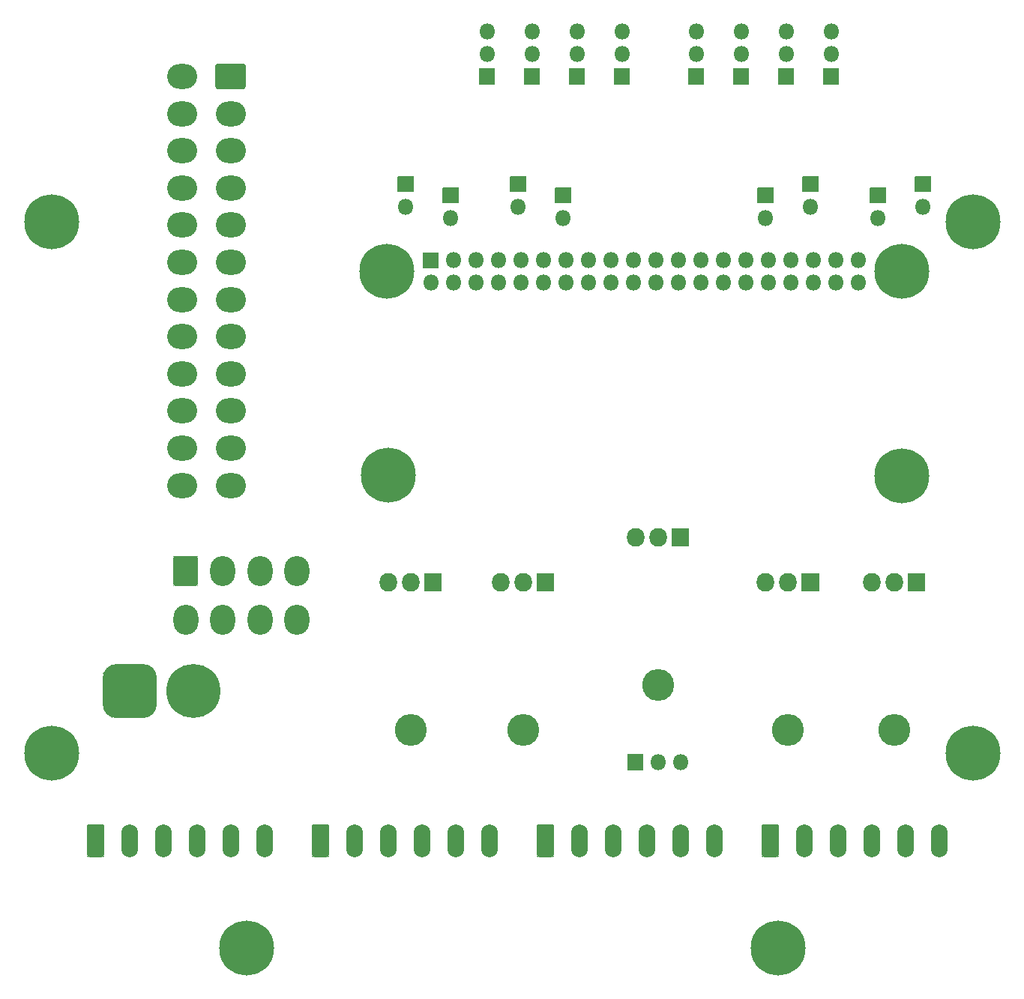
<source format=gbr>
G04 #@! TF.GenerationSoftware,KiCad,Pcbnew,5.1.8*
G04 #@! TF.CreationDate,2021-01-07T20:42:53+00:00*
G04 #@! TF.ProjectId,TheSun2,54686553-756e-4322-9e6b-696361645f70,1.0.8*
G04 #@! TF.SameCoordinates,Original*
G04 #@! TF.FileFunction,Soldermask,Bot*
G04 #@! TF.FilePolarity,Negative*
%FSLAX46Y46*%
G04 Gerber Fmt 4.6, Leading zero omitted, Abs format (unit mm)*
G04 Created by KiCad (PCBNEW 5.1.8) date 2021-01-07 20:42:53*
%MOMM*%
%LPD*%
G01*
G04 APERTURE LIST*
%ADD10O,1.802000X1.802000*%
%ADD11C,6.102000*%
%ADD12C,6.200000*%
%ADD13O,3.402000X2.802000*%
%ADD14O,2.802000X3.402000*%
%ADD15O,1.902000X3.702000*%
%ADD16O,2.007000X2.102000*%
%ADD17O,3.602000X3.602000*%
%ADD18C,0.100000*%
G04 APERTURE END LIST*
D10*
X200660000Y-48260000D03*
G36*
G01*
X199759000Y-46570000D02*
X199759000Y-44870000D01*
G75*
G02*
X199810000Y-44819000I51000J0D01*
G01*
X201510000Y-44819000D01*
G75*
G02*
X201561000Y-44870000I0J-51000D01*
G01*
X201561000Y-46570000D01*
G75*
G02*
X201510000Y-46621000I-51000J0D01*
G01*
X199810000Y-46621000D01*
G75*
G02*
X199759000Y-46570000I0J51000D01*
G01*
G37*
X233680000Y-48260000D03*
G36*
G01*
X232779000Y-46570000D02*
X232779000Y-44870000D01*
G75*
G02*
X232830000Y-44819000I51000J0D01*
G01*
X234530000Y-44819000D01*
G75*
G02*
X234581000Y-44870000I0J-51000D01*
G01*
X234581000Y-46570000D01*
G75*
G02*
X234530000Y-46621000I-51000J0D01*
G01*
X232830000Y-46621000D01*
G75*
G02*
X232779000Y-46570000I0J51000D01*
G01*
G37*
X246380000Y-48260000D03*
G36*
G01*
X245479000Y-46570000D02*
X245479000Y-44870000D01*
G75*
G02*
X245530000Y-44819000I51000J0D01*
G01*
X247230000Y-44819000D01*
G75*
G02*
X247281000Y-44870000I0J-51000D01*
G01*
X247281000Y-46570000D01*
G75*
G02*
X247230000Y-46621000I-51000J0D01*
G01*
X245530000Y-46621000D01*
G75*
G02*
X245479000Y-46570000I0J51000D01*
G01*
G37*
X187960000Y-48260000D03*
G36*
G01*
X187059000Y-46570000D02*
X187059000Y-44870000D01*
G75*
G02*
X187110000Y-44819000I51000J0D01*
G01*
X188810000Y-44819000D01*
G75*
G02*
X188861000Y-44870000I0J-51000D01*
G01*
X188861000Y-46570000D01*
G75*
G02*
X188810000Y-46621000I-51000J0D01*
G01*
X187110000Y-46621000D01*
G75*
G02*
X187059000Y-46570000I0J51000D01*
G01*
G37*
G36*
G01*
X153749000Y-104525500D02*
X153749000Y-101474500D01*
G75*
G02*
X155274500Y-99949000I1525500J0D01*
G01*
X158325500Y-99949000D01*
G75*
G02*
X159851000Y-101474500I0J-1525500D01*
G01*
X159851000Y-104525500D01*
G75*
G02*
X158325500Y-106051000I-1525500J0D01*
G01*
X155274500Y-106051000D01*
G75*
G02*
X153749000Y-104525500I0J1525500D01*
G01*
G37*
D11*
X164000000Y-103000000D03*
D12*
X252000000Y-50000000D03*
X252000000Y-110000000D03*
X148000000Y-110000000D03*
X148000000Y-50000000D03*
X230000000Y-132000000D03*
X170000000Y-132000000D03*
D13*
X162680000Y-79760000D03*
X162680000Y-75560000D03*
X162680000Y-71360000D03*
X162680000Y-67160000D03*
X162680000Y-62960000D03*
X162680000Y-58760000D03*
X162680000Y-54560000D03*
X162680000Y-50360000D03*
X162680000Y-46160000D03*
X162680000Y-41960000D03*
X162680000Y-37760000D03*
X162680000Y-33560000D03*
X168180000Y-79760000D03*
X168180000Y-75560000D03*
X168180000Y-71360000D03*
X168180000Y-67160000D03*
X168180000Y-62960000D03*
X168180000Y-58760000D03*
X168180000Y-54560000D03*
X168180000Y-50360000D03*
X168180000Y-46160000D03*
X168180000Y-41960000D03*
X168180000Y-37760000D03*
G36*
G01*
X166738445Y-32159000D02*
X169621555Y-32159000D01*
G75*
G02*
X169881000Y-32418445I0J-259445D01*
G01*
X169881000Y-34701555D01*
G75*
G02*
X169621555Y-34961000I-259445J0D01*
G01*
X166738445Y-34961000D01*
G75*
G02*
X166479000Y-34701555I0J259445D01*
G01*
X166479000Y-32418445D01*
G75*
G02*
X166738445Y-32159000I259445J0D01*
G01*
G37*
G36*
G01*
X161699000Y-90881555D02*
X161699000Y-87998445D01*
G75*
G02*
X161958445Y-87739000I259445J0D01*
G01*
X164241555Y-87739000D01*
G75*
G02*
X164501000Y-87998445I0J-259445D01*
G01*
X164501000Y-90881555D01*
G75*
G02*
X164241555Y-91141000I-259445J0D01*
G01*
X161958445Y-91141000D01*
G75*
G02*
X161699000Y-90881555I0J259445D01*
G01*
G37*
D14*
X167300000Y-89440000D03*
X171500000Y-89440000D03*
X175700000Y-89440000D03*
X163100000Y-94940000D03*
X167300000Y-94940000D03*
X171500000Y-94940000D03*
X175700000Y-94940000D03*
D15*
X171990000Y-119920000D03*
X168180000Y-119920000D03*
X164370000Y-119920000D03*
X160560000Y-119920000D03*
X156750000Y-119920000D03*
G36*
G01*
X151989000Y-121506834D02*
X151989000Y-118333166D01*
G75*
G02*
X152253166Y-118069000I264166J0D01*
G01*
X153626834Y-118069000D01*
G75*
G02*
X153891000Y-118333166I0J-264166D01*
G01*
X153891000Y-121506834D01*
G75*
G02*
X153626834Y-121771000I-264166J0D01*
G01*
X152253166Y-121771000D01*
G75*
G02*
X151989000Y-121506834I0J264166D01*
G01*
G37*
X197390000Y-119920000D03*
X193580000Y-119920000D03*
X189770000Y-119920000D03*
X185960000Y-119920000D03*
X182150000Y-119920000D03*
G36*
G01*
X177389000Y-121506834D02*
X177389000Y-118333166D01*
G75*
G02*
X177653166Y-118069000I264166J0D01*
G01*
X179026834Y-118069000D01*
G75*
G02*
X179291000Y-118333166I0J-264166D01*
G01*
X179291000Y-121506834D01*
G75*
G02*
X179026834Y-121771000I-264166J0D01*
G01*
X177653166Y-121771000D01*
G75*
G02*
X177389000Y-121506834I0J264166D01*
G01*
G37*
X248190000Y-119920000D03*
X244380000Y-119920000D03*
X240570000Y-119920000D03*
X236760000Y-119920000D03*
X232950000Y-119920000D03*
G36*
G01*
X228189000Y-121506834D02*
X228189000Y-118333166D01*
G75*
G02*
X228453166Y-118069000I264166J0D01*
G01*
X229826834Y-118069000D01*
G75*
G02*
X230091000Y-118333166I0J-264166D01*
G01*
X230091000Y-121506834D01*
G75*
G02*
X229826834Y-121771000I-264166J0D01*
G01*
X228453166Y-121771000D01*
G75*
G02*
X228189000Y-121506834I0J264166D01*
G01*
G37*
X222790000Y-119920000D03*
X218980000Y-119920000D03*
X215170000Y-119920000D03*
X211360000Y-119920000D03*
X207550000Y-119920000D03*
G36*
G01*
X202789000Y-121506834D02*
X202789000Y-118333166D01*
G75*
G02*
X203053166Y-118069000I264166J0D01*
G01*
X204426834Y-118069000D01*
G75*
G02*
X204691000Y-118333166I0J-264166D01*
G01*
X204691000Y-121506834D01*
G75*
G02*
X204426834Y-121771000I-264166J0D01*
G01*
X203053166Y-121771000D01*
G75*
G02*
X202789000Y-121506834I0J264166D01*
G01*
G37*
G36*
G01*
X191661400Y-55225500D02*
X189961400Y-55225500D01*
G75*
G02*
X189910400Y-55174500I0J51000D01*
G01*
X189910400Y-53474500D01*
G75*
G02*
X189961400Y-53423500I51000J0D01*
G01*
X191661400Y-53423500D01*
G75*
G02*
X191712400Y-53474500I0J-51000D01*
G01*
X191712400Y-55174500D01*
G75*
G02*
X191661400Y-55225500I-51000J0D01*
G01*
G37*
D10*
X190811400Y-56864500D03*
X193351400Y-54324500D03*
X193351400Y-56864500D03*
X195891400Y-54324500D03*
X195891400Y-56864500D03*
X198431400Y-54324500D03*
X198431400Y-56864500D03*
X200971400Y-54324500D03*
X200971400Y-56864500D03*
X203511400Y-54324500D03*
X203511400Y-56864500D03*
X206051400Y-54324500D03*
X206051400Y-56864500D03*
X208591400Y-54324500D03*
X208591400Y-56864500D03*
X211131400Y-54324500D03*
X211131400Y-56864500D03*
X213671400Y-54324500D03*
X213671400Y-56864500D03*
X216211400Y-54324500D03*
X216211400Y-56864500D03*
X218751400Y-54324500D03*
X218751400Y-56864500D03*
X221291400Y-54324500D03*
X221291400Y-56864500D03*
X223831400Y-54324500D03*
X223831400Y-56864500D03*
X226371400Y-54324500D03*
X226371400Y-56864500D03*
X228911400Y-54324500D03*
X228911400Y-56864500D03*
X231451400Y-54324500D03*
X231451400Y-56864500D03*
X233991400Y-54324500D03*
X233991400Y-56864500D03*
X236531400Y-54324500D03*
X236531400Y-56864500D03*
X239071400Y-54324500D03*
X239071400Y-56864500D03*
D16*
X185960000Y-90710000D03*
X188500000Y-90710000D03*
G36*
G01*
X192043500Y-89710000D02*
X192043500Y-91710000D01*
G75*
G02*
X191992500Y-91761000I-51000J0D01*
G01*
X190087500Y-91761000D01*
G75*
G02*
X190036500Y-91710000I0J51000D01*
G01*
X190036500Y-89710000D01*
G75*
G02*
X190087500Y-89659000I51000J0D01*
G01*
X191992500Y-89659000D01*
G75*
G02*
X192043500Y-89710000I0J-51000D01*
G01*
G37*
D17*
X188500000Y-107370000D03*
D16*
X240570000Y-90710000D03*
X243110000Y-90710000D03*
G36*
G01*
X246653500Y-89710000D02*
X246653500Y-91710000D01*
G75*
G02*
X246602500Y-91761000I-51000J0D01*
G01*
X244697500Y-91761000D01*
G75*
G02*
X244646500Y-91710000I0J51000D01*
G01*
X244646500Y-89710000D01*
G75*
G02*
X244697500Y-89659000I51000J0D01*
G01*
X246602500Y-89659000D01*
G75*
G02*
X246653500Y-89710000I0J-51000D01*
G01*
G37*
D17*
X243110000Y-107370000D03*
D16*
X213900000Y-85630000D03*
X216440000Y-85630000D03*
G36*
G01*
X219983500Y-84630000D02*
X219983500Y-86630000D01*
G75*
G02*
X219932500Y-86681000I-51000J0D01*
G01*
X218027500Y-86681000D01*
G75*
G02*
X217976500Y-86630000I0J51000D01*
G01*
X217976500Y-84630000D01*
G75*
G02*
X218027500Y-84579000I51000J0D01*
G01*
X219932500Y-84579000D01*
G75*
G02*
X219983500Y-84630000I0J-51000D01*
G01*
G37*
D17*
X216440000Y-102290000D03*
D16*
X198660000Y-90710000D03*
X201200000Y-90710000D03*
G36*
G01*
X204743500Y-89710000D02*
X204743500Y-91710000D01*
G75*
G02*
X204692500Y-91761000I-51000J0D01*
G01*
X202787500Y-91761000D01*
G75*
G02*
X202736500Y-91710000I0J51000D01*
G01*
X202736500Y-89710000D01*
G75*
G02*
X202787500Y-89659000I51000J0D01*
G01*
X204692500Y-89659000D01*
G75*
G02*
X204743500Y-89710000I0J-51000D01*
G01*
G37*
D17*
X201200000Y-107370000D03*
D16*
X228570000Y-90710000D03*
X231110000Y-90710000D03*
G36*
G01*
X234653500Y-89710000D02*
X234653500Y-91710000D01*
G75*
G02*
X234602500Y-91761000I-51000J0D01*
G01*
X232697500Y-91761000D01*
G75*
G02*
X232646500Y-91710000I0J51000D01*
G01*
X232646500Y-89710000D01*
G75*
G02*
X232697500Y-89659000I51000J0D01*
G01*
X234602500Y-89659000D01*
G75*
G02*
X234653500Y-89710000I0J-51000D01*
G01*
G37*
D17*
X231110000Y-107370000D03*
D10*
X205740000Y-49530000D03*
G36*
G01*
X204839000Y-47840000D02*
X204839000Y-46140000D01*
G75*
G02*
X204890000Y-46089000I51000J0D01*
G01*
X206590000Y-46089000D01*
G75*
G02*
X206641000Y-46140000I0J-51000D01*
G01*
X206641000Y-47840000D01*
G75*
G02*
X206590000Y-47891000I-51000J0D01*
G01*
X204890000Y-47891000D01*
G75*
G02*
X204839000Y-47840000I0J51000D01*
G01*
G37*
X228600000Y-49530000D03*
G36*
G01*
X227699000Y-47840000D02*
X227699000Y-46140000D01*
G75*
G02*
X227750000Y-46089000I51000J0D01*
G01*
X229450000Y-46089000D01*
G75*
G02*
X229501000Y-46140000I0J-51000D01*
G01*
X229501000Y-47840000D01*
G75*
G02*
X229450000Y-47891000I-51000J0D01*
G01*
X227750000Y-47891000D01*
G75*
G02*
X227699000Y-47840000I0J51000D01*
G01*
G37*
X241300000Y-49530000D03*
G36*
G01*
X240399000Y-47840000D02*
X240399000Y-46140000D01*
G75*
G02*
X240450000Y-46089000I51000J0D01*
G01*
X242150000Y-46089000D01*
G75*
G02*
X242201000Y-46140000I0J-51000D01*
G01*
X242201000Y-47840000D01*
G75*
G02*
X242150000Y-47891000I-51000J0D01*
G01*
X240450000Y-47891000D01*
G75*
G02*
X240399000Y-47840000I0J51000D01*
G01*
G37*
X193040000Y-49530000D03*
G36*
G01*
X192139000Y-47840000D02*
X192139000Y-46140000D01*
G75*
G02*
X192190000Y-46089000I51000J0D01*
G01*
X193890000Y-46089000D01*
G75*
G02*
X193941000Y-46140000I0J-51000D01*
G01*
X193941000Y-47840000D01*
G75*
G02*
X193890000Y-47891000I-51000J0D01*
G01*
X192190000Y-47891000D01*
G75*
G02*
X192139000Y-47840000I0J51000D01*
G01*
G37*
X218980000Y-111030000D03*
X216440000Y-111030000D03*
G36*
G01*
X214750000Y-111931000D02*
X213050000Y-111931000D01*
G75*
G02*
X212999000Y-111880000I0J51000D01*
G01*
X212999000Y-110180000D01*
G75*
G02*
X213050000Y-110129000I51000J0D01*
G01*
X214750000Y-110129000D01*
G75*
G02*
X214801000Y-110180000I0J-51000D01*
G01*
X214801000Y-111880000D01*
G75*
G02*
X214750000Y-111931000I-51000J0D01*
G01*
G37*
X197136000Y-28480000D03*
X197136000Y-31020000D03*
G36*
G01*
X198037000Y-32710000D02*
X198037000Y-34410000D01*
G75*
G02*
X197986000Y-34461000I-51000J0D01*
G01*
X196286000Y-34461000D01*
G75*
G02*
X196235000Y-34410000I0J51000D01*
G01*
X196235000Y-32710000D01*
G75*
G02*
X196286000Y-32659000I51000J0D01*
G01*
X197986000Y-32659000D01*
G75*
G02*
X198037000Y-32710000I0J-51000D01*
G01*
G37*
X202216000Y-28480000D03*
X202216000Y-31020000D03*
G36*
G01*
X203117000Y-32710000D02*
X203117000Y-34410000D01*
G75*
G02*
X203066000Y-34461000I-51000J0D01*
G01*
X201366000Y-34461000D01*
G75*
G02*
X201315000Y-34410000I0J51000D01*
G01*
X201315000Y-32710000D01*
G75*
G02*
X201366000Y-32659000I51000J0D01*
G01*
X203066000Y-32659000D01*
G75*
G02*
X203117000Y-32710000I0J-51000D01*
G01*
G37*
X207296000Y-28480000D03*
X207296000Y-31020000D03*
G36*
G01*
X208197000Y-32710000D02*
X208197000Y-34410000D01*
G75*
G02*
X208146000Y-34461000I-51000J0D01*
G01*
X206446000Y-34461000D01*
G75*
G02*
X206395000Y-34410000I0J51000D01*
G01*
X206395000Y-32710000D01*
G75*
G02*
X206446000Y-32659000I51000J0D01*
G01*
X208146000Y-32659000D01*
G75*
G02*
X208197000Y-32710000I0J-51000D01*
G01*
G37*
X212376000Y-28480000D03*
X212376000Y-31020000D03*
G36*
G01*
X213277000Y-32710000D02*
X213277000Y-34410000D01*
G75*
G02*
X213226000Y-34461000I-51000J0D01*
G01*
X211526000Y-34461000D01*
G75*
G02*
X211475000Y-34410000I0J51000D01*
G01*
X211475000Y-32710000D01*
G75*
G02*
X211526000Y-32659000I51000J0D01*
G01*
X213226000Y-32659000D01*
G75*
G02*
X213277000Y-32710000I0J-51000D01*
G01*
G37*
X220758000Y-28480000D03*
X220758000Y-31020000D03*
G36*
G01*
X221659000Y-32710000D02*
X221659000Y-34410000D01*
G75*
G02*
X221608000Y-34461000I-51000J0D01*
G01*
X219908000Y-34461000D01*
G75*
G02*
X219857000Y-34410000I0J51000D01*
G01*
X219857000Y-32710000D01*
G75*
G02*
X219908000Y-32659000I51000J0D01*
G01*
X221608000Y-32659000D01*
G75*
G02*
X221659000Y-32710000I0J-51000D01*
G01*
G37*
X225838000Y-28480000D03*
X225838000Y-31020000D03*
G36*
G01*
X226739000Y-32710000D02*
X226739000Y-34410000D01*
G75*
G02*
X226688000Y-34461000I-51000J0D01*
G01*
X224988000Y-34461000D01*
G75*
G02*
X224937000Y-34410000I0J51000D01*
G01*
X224937000Y-32710000D01*
G75*
G02*
X224988000Y-32659000I51000J0D01*
G01*
X226688000Y-32659000D01*
G75*
G02*
X226739000Y-32710000I0J-51000D01*
G01*
G37*
X230918000Y-28480000D03*
X230918000Y-31020000D03*
G36*
G01*
X231819000Y-32710000D02*
X231819000Y-34410000D01*
G75*
G02*
X231768000Y-34461000I-51000J0D01*
G01*
X230068000Y-34461000D01*
G75*
G02*
X230017000Y-34410000I0J51000D01*
G01*
X230017000Y-32710000D01*
G75*
G02*
X230068000Y-32659000I51000J0D01*
G01*
X231768000Y-32659000D01*
G75*
G02*
X231819000Y-32710000I0J-51000D01*
G01*
G37*
X235998000Y-28480000D03*
X235998000Y-31020000D03*
G36*
G01*
X236899000Y-32710000D02*
X236899000Y-34410000D01*
G75*
G02*
X236848000Y-34461000I-51000J0D01*
G01*
X235148000Y-34461000D01*
G75*
G02*
X235097000Y-34410000I0J51000D01*
G01*
X235097000Y-32710000D01*
G75*
G02*
X235148000Y-32659000I51000J0D01*
G01*
X236848000Y-32659000D01*
G75*
G02*
X236899000Y-32710000I0J-51000D01*
G01*
G37*
D12*
X185866000Y-55580000D03*
X185966000Y-78580000D03*
X243966000Y-78680000D03*
X243966000Y-55580000D03*
D18*
G36*
X151990990Y-121506638D02*
G01*
X151996046Y-121557975D01*
X152010965Y-121607157D01*
X152035191Y-121652481D01*
X152067793Y-121692207D01*
X152107519Y-121724809D01*
X152152843Y-121749035D01*
X152202025Y-121763954D01*
X152253362Y-121769010D01*
X152254988Y-121770175D01*
X152254792Y-121772165D01*
X152253166Y-121773000D01*
X152169029Y-121773000D01*
X152168833Y-121772990D01*
X152128889Y-121769056D01*
X152128504Y-121768980D01*
X152095995Y-121759119D01*
X152095633Y-121758969D01*
X152065675Y-121742955D01*
X152065349Y-121742737D01*
X152039090Y-121721187D01*
X152038813Y-121720910D01*
X152017263Y-121694651D01*
X152017045Y-121694325D01*
X152001031Y-121664367D01*
X152000881Y-121664005D01*
X151991020Y-121631496D01*
X151990944Y-121631111D01*
X151987010Y-121591167D01*
X151987000Y-121590971D01*
X151987000Y-121506834D01*
X151988000Y-121505102D01*
X151990000Y-121505102D01*
X151990990Y-121506638D01*
G37*
G36*
X228190990Y-121506638D02*
G01*
X228196046Y-121557975D01*
X228210965Y-121607157D01*
X228235191Y-121652481D01*
X228267793Y-121692207D01*
X228307519Y-121724809D01*
X228352843Y-121749035D01*
X228402025Y-121763954D01*
X228453362Y-121769010D01*
X228454988Y-121770175D01*
X228454792Y-121772165D01*
X228453166Y-121773000D01*
X228369029Y-121773000D01*
X228368833Y-121772990D01*
X228328889Y-121769056D01*
X228328504Y-121768980D01*
X228295995Y-121759119D01*
X228295633Y-121758969D01*
X228265675Y-121742955D01*
X228265349Y-121742737D01*
X228239090Y-121721187D01*
X228238813Y-121720910D01*
X228217263Y-121694651D01*
X228217045Y-121694325D01*
X228201031Y-121664367D01*
X228200881Y-121664005D01*
X228191020Y-121631496D01*
X228190944Y-121631111D01*
X228187010Y-121591167D01*
X228187000Y-121590971D01*
X228187000Y-121506834D01*
X228188000Y-121505102D01*
X228190000Y-121505102D01*
X228190990Y-121506638D01*
G37*
G36*
X230092165Y-121505208D02*
G01*
X230093000Y-121506834D01*
X230093000Y-121590971D01*
X230092990Y-121591167D01*
X230089056Y-121631111D01*
X230088980Y-121631496D01*
X230079119Y-121664005D01*
X230078969Y-121664367D01*
X230062955Y-121694325D01*
X230062737Y-121694651D01*
X230041187Y-121720910D01*
X230040910Y-121721187D01*
X230014651Y-121742737D01*
X230014325Y-121742955D01*
X229984367Y-121758969D01*
X229984005Y-121759119D01*
X229951496Y-121768980D01*
X229951111Y-121769056D01*
X229911167Y-121772990D01*
X229910971Y-121773000D01*
X229826834Y-121773000D01*
X229825102Y-121772000D01*
X229825102Y-121770000D01*
X229826638Y-121769010D01*
X229877975Y-121763954D01*
X229927157Y-121749035D01*
X229972481Y-121724809D01*
X230012207Y-121692207D01*
X230044809Y-121652481D01*
X230069035Y-121607157D01*
X230083954Y-121557975D01*
X230089010Y-121506638D01*
X230090175Y-121505012D01*
X230092165Y-121505208D01*
G37*
G36*
X177390990Y-121506638D02*
G01*
X177396046Y-121557975D01*
X177410965Y-121607157D01*
X177435191Y-121652481D01*
X177467793Y-121692207D01*
X177507519Y-121724809D01*
X177552843Y-121749035D01*
X177602025Y-121763954D01*
X177653362Y-121769010D01*
X177654988Y-121770175D01*
X177654792Y-121772165D01*
X177653166Y-121773000D01*
X177569029Y-121773000D01*
X177568833Y-121772990D01*
X177528889Y-121769056D01*
X177528504Y-121768980D01*
X177495995Y-121759119D01*
X177495633Y-121758969D01*
X177465675Y-121742955D01*
X177465349Y-121742737D01*
X177439090Y-121721187D01*
X177438813Y-121720910D01*
X177417263Y-121694651D01*
X177417045Y-121694325D01*
X177401031Y-121664367D01*
X177400881Y-121664005D01*
X177391020Y-121631496D01*
X177390944Y-121631111D01*
X177387010Y-121591167D01*
X177387000Y-121590971D01*
X177387000Y-121506834D01*
X177388000Y-121505102D01*
X177390000Y-121505102D01*
X177390990Y-121506638D01*
G37*
G36*
X153892165Y-121505208D02*
G01*
X153893000Y-121506834D01*
X153893000Y-121590971D01*
X153892990Y-121591167D01*
X153889056Y-121631111D01*
X153888980Y-121631496D01*
X153879119Y-121664005D01*
X153878969Y-121664367D01*
X153862955Y-121694325D01*
X153862737Y-121694651D01*
X153841187Y-121720910D01*
X153840910Y-121721187D01*
X153814651Y-121742737D01*
X153814325Y-121742955D01*
X153784367Y-121758969D01*
X153784005Y-121759119D01*
X153751496Y-121768980D01*
X153751111Y-121769056D01*
X153711167Y-121772990D01*
X153710971Y-121773000D01*
X153626834Y-121773000D01*
X153625102Y-121772000D01*
X153625102Y-121770000D01*
X153626638Y-121769010D01*
X153677975Y-121763954D01*
X153727157Y-121749035D01*
X153772481Y-121724809D01*
X153812207Y-121692207D01*
X153844809Y-121652481D01*
X153869035Y-121607157D01*
X153883954Y-121557975D01*
X153889010Y-121506638D01*
X153890175Y-121505012D01*
X153892165Y-121505208D01*
G37*
G36*
X202790990Y-121506638D02*
G01*
X202796046Y-121557975D01*
X202810965Y-121607157D01*
X202835191Y-121652481D01*
X202867793Y-121692207D01*
X202907519Y-121724809D01*
X202952843Y-121749035D01*
X203002025Y-121763954D01*
X203053362Y-121769010D01*
X203054988Y-121770175D01*
X203054792Y-121772165D01*
X203053166Y-121773000D01*
X202969029Y-121773000D01*
X202968833Y-121772990D01*
X202928889Y-121769056D01*
X202928504Y-121768980D01*
X202895995Y-121759119D01*
X202895633Y-121758969D01*
X202865675Y-121742955D01*
X202865349Y-121742737D01*
X202839090Y-121721187D01*
X202838813Y-121720910D01*
X202817263Y-121694651D01*
X202817045Y-121694325D01*
X202801031Y-121664367D01*
X202800881Y-121664005D01*
X202791020Y-121631496D01*
X202790944Y-121631111D01*
X202787010Y-121591167D01*
X202787000Y-121590971D01*
X202787000Y-121506834D01*
X202788000Y-121505102D01*
X202790000Y-121505102D01*
X202790990Y-121506638D01*
G37*
G36*
X204692165Y-121505208D02*
G01*
X204693000Y-121506834D01*
X204693000Y-121590971D01*
X204692990Y-121591167D01*
X204689056Y-121631111D01*
X204688980Y-121631496D01*
X204679119Y-121664005D01*
X204678969Y-121664367D01*
X204662955Y-121694325D01*
X204662737Y-121694651D01*
X204641187Y-121720910D01*
X204640910Y-121721187D01*
X204614651Y-121742737D01*
X204614325Y-121742955D01*
X204584367Y-121758969D01*
X204584005Y-121759119D01*
X204551496Y-121768980D01*
X204551111Y-121769056D01*
X204511167Y-121772990D01*
X204510971Y-121773000D01*
X204426834Y-121773000D01*
X204425102Y-121772000D01*
X204425102Y-121770000D01*
X204426638Y-121769010D01*
X204477975Y-121763954D01*
X204527157Y-121749035D01*
X204572481Y-121724809D01*
X204612207Y-121692207D01*
X204644809Y-121652481D01*
X204669035Y-121607157D01*
X204683954Y-121557975D01*
X204689010Y-121506638D01*
X204690175Y-121505012D01*
X204692165Y-121505208D01*
G37*
G36*
X179292165Y-121505208D02*
G01*
X179293000Y-121506834D01*
X179293000Y-121590971D01*
X179292990Y-121591167D01*
X179289056Y-121631111D01*
X179288980Y-121631496D01*
X179279119Y-121664005D01*
X179278969Y-121664367D01*
X179262955Y-121694325D01*
X179262737Y-121694651D01*
X179241187Y-121720910D01*
X179240910Y-121721187D01*
X179214651Y-121742737D01*
X179214325Y-121742955D01*
X179184367Y-121758969D01*
X179184005Y-121759119D01*
X179151496Y-121768980D01*
X179151111Y-121769056D01*
X179111167Y-121772990D01*
X179110971Y-121773000D01*
X179026834Y-121773000D01*
X179025102Y-121772000D01*
X179025102Y-121770000D01*
X179026638Y-121769010D01*
X179077975Y-121763954D01*
X179127157Y-121749035D01*
X179172481Y-121724809D01*
X179212207Y-121692207D01*
X179244809Y-121652481D01*
X179269035Y-121607157D01*
X179283954Y-121557975D01*
X179289010Y-121506638D01*
X179290175Y-121505012D01*
X179292165Y-121505208D01*
G37*
G36*
X203054898Y-118068000D02*
G01*
X203054898Y-118070000D01*
X203053362Y-118070990D01*
X203002025Y-118076046D01*
X202952843Y-118090965D01*
X202907519Y-118115191D01*
X202867793Y-118147793D01*
X202835191Y-118187519D01*
X202810965Y-118232843D01*
X202796046Y-118282025D01*
X202790990Y-118333362D01*
X202789825Y-118334988D01*
X202787835Y-118334792D01*
X202787000Y-118333166D01*
X202787000Y-118249029D01*
X202787010Y-118248833D01*
X202790944Y-118208889D01*
X202791020Y-118208504D01*
X202800881Y-118175995D01*
X202801031Y-118175633D01*
X202817045Y-118145675D01*
X202817263Y-118145349D01*
X202838813Y-118119090D01*
X202839090Y-118118813D01*
X202865349Y-118097263D01*
X202865675Y-118097045D01*
X202895633Y-118081031D01*
X202895995Y-118080881D01*
X202928504Y-118071020D01*
X202928889Y-118070944D01*
X202968833Y-118067010D01*
X202969029Y-118067000D01*
X203053166Y-118067000D01*
X203054898Y-118068000D01*
G37*
G36*
X152254898Y-118068000D02*
G01*
X152254898Y-118070000D01*
X152253362Y-118070990D01*
X152202025Y-118076046D01*
X152152843Y-118090965D01*
X152107519Y-118115191D01*
X152067793Y-118147793D01*
X152035191Y-118187519D01*
X152010965Y-118232843D01*
X151996046Y-118282025D01*
X151990990Y-118333362D01*
X151989825Y-118334988D01*
X151987835Y-118334792D01*
X151987000Y-118333166D01*
X151987000Y-118249029D01*
X151987010Y-118248833D01*
X151990944Y-118208889D01*
X151991020Y-118208504D01*
X152000881Y-118175995D01*
X152001031Y-118175633D01*
X152017045Y-118145675D01*
X152017263Y-118145349D01*
X152038813Y-118119090D01*
X152039090Y-118118813D01*
X152065349Y-118097263D01*
X152065675Y-118097045D01*
X152095633Y-118081031D01*
X152095995Y-118080881D01*
X152128504Y-118071020D01*
X152128889Y-118070944D01*
X152168833Y-118067010D01*
X152169029Y-118067000D01*
X152253166Y-118067000D01*
X152254898Y-118068000D01*
G37*
G36*
X228454898Y-118068000D02*
G01*
X228454898Y-118070000D01*
X228453362Y-118070990D01*
X228402025Y-118076046D01*
X228352843Y-118090965D01*
X228307519Y-118115191D01*
X228267793Y-118147793D01*
X228235191Y-118187519D01*
X228210965Y-118232843D01*
X228196046Y-118282025D01*
X228190990Y-118333362D01*
X228189825Y-118334988D01*
X228187835Y-118334792D01*
X228187000Y-118333166D01*
X228187000Y-118249029D01*
X228187010Y-118248833D01*
X228190944Y-118208889D01*
X228191020Y-118208504D01*
X228200881Y-118175995D01*
X228201031Y-118175633D01*
X228217045Y-118145675D01*
X228217263Y-118145349D01*
X228238813Y-118119090D01*
X228239090Y-118118813D01*
X228265349Y-118097263D01*
X228265675Y-118097045D01*
X228295633Y-118081031D01*
X228295995Y-118080881D01*
X228328504Y-118071020D01*
X228328889Y-118070944D01*
X228368833Y-118067010D01*
X228369029Y-118067000D01*
X228453166Y-118067000D01*
X228454898Y-118068000D01*
G37*
G36*
X177654898Y-118068000D02*
G01*
X177654898Y-118070000D01*
X177653362Y-118070990D01*
X177602025Y-118076046D01*
X177552843Y-118090965D01*
X177507519Y-118115191D01*
X177467793Y-118147793D01*
X177435191Y-118187519D01*
X177410965Y-118232843D01*
X177396046Y-118282025D01*
X177390990Y-118333362D01*
X177389825Y-118334988D01*
X177387835Y-118334792D01*
X177387000Y-118333166D01*
X177387000Y-118249029D01*
X177387010Y-118248833D01*
X177390944Y-118208889D01*
X177391020Y-118208504D01*
X177400881Y-118175995D01*
X177401031Y-118175633D01*
X177417045Y-118145675D01*
X177417263Y-118145349D01*
X177438813Y-118119090D01*
X177439090Y-118118813D01*
X177465349Y-118097263D01*
X177465675Y-118097045D01*
X177495633Y-118081031D01*
X177495995Y-118080881D01*
X177528504Y-118071020D01*
X177528889Y-118070944D01*
X177568833Y-118067010D01*
X177569029Y-118067000D01*
X177653166Y-118067000D01*
X177654898Y-118068000D01*
G37*
G36*
X204511167Y-118067010D02*
G01*
X204551111Y-118070944D01*
X204551496Y-118071020D01*
X204584005Y-118080881D01*
X204584367Y-118081031D01*
X204614325Y-118097045D01*
X204614651Y-118097263D01*
X204640910Y-118118813D01*
X204641187Y-118119090D01*
X204662737Y-118145349D01*
X204662955Y-118145675D01*
X204678969Y-118175633D01*
X204679119Y-118175995D01*
X204688980Y-118208504D01*
X204689056Y-118208889D01*
X204692990Y-118248833D01*
X204693000Y-118249029D01*
X204693000Y-118333166D01*
X204692000Y-118334898D01*
X204690000Y-118334898D01*
X204689010Y-118333362D01*
X204683954Y-118282025D01*
X204669035Y-118232843D01*
X204644809Y-118187519D01*
X204612207Y-118147793D01*
X204572481Y-118115191D01*
X204527157Y-118090965D01*
X204477975Y-118076046D01*
X204426638Y-118070990D01*
X204425012Y-118069825D01*
X204425208Y-118067835D01*
X204426834Y-118067000D01*
X204510971Y-118067000D01*
X204511167Y-118067010D01*
G37*
G36*
X179111167Y-118067010D02*
G01*
X179151111Y-118070944D01*
X179151496Y-118071020D01*
X179184005Y-118080881D01*
X179184367Y-118081031D01*
X179214325Y-118097045D01*
X179214651Y-118097263D01*
X179240910Y-118118813D01*
X179241187Y-118119090D01*
X179262737Y-118145349D01*
X179262955Y-118145675D01*
X179278969Y-118175633D01*
X179279119Y-118175995D01*
X179288980Y-118208504D01*
X179289056Y-118208889D01*
X179292990Y-118248833D01*
X179293000Y-118249029D01*
X179293000Y-118333166D01*
X179292000Y-118334898D01*
X179290000Y-118334898D01*
X179289010Y-118333362D01*
X179283954Y-118282025D01*
X179269035Y-118232843D01*
X179244809Y-118187519D01*
X179212207Y-118147793D01*
X179172481Y-118115191D01*
X179127157Y-118090965D01*
X179077975Y-118076046D01*
X179026638Y-118070990D01*
X179025012Y-118069825D01*
X179025208Y-118067835D01*
X179026834Y-118067000D01*
X179110971Y-118067000D01*
X179111167Y-118067010D01*
G37*
G36*
X229911167Y-118067010D02*
G01*
X229951111Y-118070944D01*
X229951496Y-118071020D01*
X229984005Y-118080881D01*
X229984367Y-118081031D01*
X230014325Y-118097045D01*
X230014651Y-118097263D01*
X230040910Y-118118813D01*
X230041187Y-118119090D01*
X230062737Y-118145349D01*
X230062955Y-118145675D01*
X230078969Y-118175633D01*
X230079119Y-118175995D01*
X230088980Y-118208504D01*
X230089056Y-118208889D01*
X230092990Y-118248833D01*
X230093000Y-118249029D01*
X230093000Y-118333166D01*
X230092000Y-118334898D01*
X230090000Y-118334898D01*
X230089010Y-118333362D01*
X230083954Y-118282025D01*
X230069035Y-118232843D01*
X230044809Y-118187519D01*
X230012207Y-118147793D01*
X229972481Y-118115191D01*
X229927157Y-118090965D01*
X229877975Y-118076046D01*
X229826638Y-118070990D01*
X229825012Y-118069825D01*
X229825208Y-118067835D01*
X229826834Y-118067000D01*
X229910971Y-118067000D01*
X229911167Y-118067010D01*
G37*
G36*
X153711167Y-118067010D02*
G01*
X153751111Y-118070944D01*
X153751496Y-118071020D01*
X153784005Y-118080881D01*
X153784367Y-118081031D01*
X153814325Y-118097045D01*
X153814651Y-118097263D01*
X153840910Y-118118813D01*
X153841187Y-118119090D01*
X153862737Y-118145349D01*
X153862955Y-118145675D01*
X153878969Y-118175633D01*
X153879119Y-118175995D01*
X153888980Y-118208504D01*
X153889056Y-118208889D01*
X153892990Y-118248833D01*
X153893000Y-118249029D01*
X153893000Y-118333166D01*
X153892000Y-118334898D01*
X153890000Y-118334898D01*
X153889010Y-118333362D01*
X153883954Y-118282025D01*
X153869035Y-118232843D01*
X153844809Y-118187519D01*
X153812207Y-118147793D01*
X153772481Y-118115191D01*
X153727157Y-118090965D01*
X153677975Y-118076046D01*
X153626638Y-118070990D01*
X153625012Y-118069825D01*
X153625208Y-118067835D01*
X153626834Y-118067000D01*
X153710971Y-118067000D01*
X153711167Y-118067010D01*
G37*
G36*
X159852165Y-104523874D02*
G01*
X159853000Y-104525500D01*
X159853000Y-104581860D01*
X159852990Y-104582056D01*
X159824286Y-104873493D01*
X159824210Y-104873878D01*
X159740990Y-105148218D01*
X159740840Y-105148580D01*
X159605702Y-105401405D01*
X159605484Y-105401731D01*
X159423616Y-105623339D01*
X159423339Y-105623616D01*
X159201731Y-105805484D01*
X159201405Y-105805702D01*
X158948580Y-105940840D01*
X158948218Y-105940990D01*
X158673878Y-106024210D01*
X158673493Y-106024286D01*
X158382056Y-106052990D01*
X158381860Y-106053000D01*
X158325500Y-106053000D01*
X158323768Y-106052000D01*
X158323768Y-106050000D01*
X158325304Y-106049010D01*
X158622715Y-106019718D01*
X158908515Y-105933021D01*
X159171906Y-105792236D01*
X159402770Y-105602770D01*
X159592236Y-105371906D01*
X159733021Y-105108515D01*
X159819718Y-104822715D01*
X159849010Y-104525304D01*
X159850175Y-104523678D01*
X159852165Y-104523874D01*
G37*
G36*
X153750990Y-104525304D02*
G01*
X153780282Y-104822715D01*
X153866979Y-105108515D01*
X154007764Y-105371906D01*
X154197230Y-105602770D01*
X154428094Y-105792236D01*
X154691485Y-105933021D01*
X154977285Y-106019718D01*
X155274696Y-106049010D01*
X155276322Y-106050175D01*
X155276126Y-106052165D01*
X155274500Y-106053000D01*
X155218140Y-106053000D01*
X155217944Y-106052990D01*
X154926507Y-106024286D01*
X154926122Y-106024210D01*
X154651782Y-105940990D01*
X154651420Y-105940840D01*
X154398595Y-105805702D01*
X154398269Y-105805484D01*
X154176661Y-105623616D01*
X154176384Y-105623339D01*
X153994516Y-105401731D01*
X153994298Y-105401405D01*
X153859160Y-105148580D01*
X153859010Y-105148218D01*
X153775790Y-104873878D01*
X153775714Y-104873493D01*
X153747010Y-104582056D01*
X153747000Y-104581860D01*
X153747000Y-104525500D01*
X153748000Y-104523768D01*
X153750000Y-104523768D01*
X153750990Y-104525304D01*
G37*
G36*
X155276232Y-99948000D02*
G01*
X155276232Y-99950000D01*
X155274696Y-99950990D01*
X154977285Y-99980282D01*
X154691485Y-100066979D01*
X154428094Y-100207764D01*
X154197230Y-100397230D01*
X154007764Y-100628094D01*
X153866979Y-100891485D01*
X153780282Y-101177285D01*
X153750990Y-101474696D01*
X153749825Y-101476322D01*
X153747835Y-101476126D01*
X153747000Y-101474500D01*
X153747000Y-101418140D01*
X153747010Y-101417944D01*
X153775714Y-101126507D01*
X153775790Y-101126122D01*
X153859010Y-100851782D01*
X153859160Y-100851420D01*
X153994298Y-100598595D01*
X153994516Y-100598269D01*
X154176384Y-100376661D01*
X154176661Y-100376384D01*
X154398269Y-100194516D01*
X154398595Y-100194298D01*
X154651420Y-100059160D01*
X154651782Y-100059010D01*
X154926122Y-99975790D01*
X154926507Y-99975714D01*
X155217944Y-99947010D01*
X155218140Y-99947000D01*
X155274500Y-99947000D01*
X155276232Y-99948000D01*
G37*
G36*
X158382056Y-99947010D02*
G01*
X158673493Y-99975714D01*
X158673878Y-99975790D01*
X158948218Y-100059010D01*
X158948580Y-100059160D01*
X159201405Y-100194298D01*
X159201731Y-100194516D01*
X159423339Y-100376384D01*
X159423616Y-100376661D01*
X159605484Y-100598269D01*
X159605702Y-100598595D01*
X159740840Y-100851420D01*
X159740990Y-100851782D01*
X159824210Y-101126122D01*
X159824286Y-101126507D01*
X159852990Y-101417944D01*
X159853000Y-101418140D01*
X159853000Y-101474500D01*
X159852000Y-101476232D01*
X159850000Y-101476232D01*
X159849010Y-101474696D01*
X159819718Y-101177285D01*
X159733021Y-100891485D01*
X159592236Y-100628094D01*
X159402770Y-100397230D01*
X159171906Y-100207764D01*
X158908515Y-100066979D01*
X158622715Y-99980282D01*
X158325304Y-99950990D01*
X158323678Y-99949825D01*
X158323874Y-99947835D01*
X158325500Y-99947000D01*
X158381860Y-99947000D01*
X158382056Y-99947010D01*
G37*
G36*
X161700990Y-90881359D02*
G01*
X161705955Y-90931775D01*
X161720606Y-90980071D01*
X161744395Y-91024579D01*
X161776411Y-91063589D01*
X161815421Y-91095605D01*
X161859929Y-91119394D01*
X161908225Y-91134045D01*
X161958641Y-91139010D01*
X161960267Y-91140175D01*
X161960071Y-91142165D01*
X161958445Y-91143000D01*
X161862734Y-91143000D01*
X161862538Y-91142990D01*
X161825773Y-91139369D01*
X161825388Y-91139293D01*
X161795933Y-91130358D01*
X161795571Y-91130208D01*
X161768434Y-91115702D01*
X161768108Y-91115484D01*
X161744317Y-91095960D01*
X161744040Y-91095683D01*
X161724516Y-91071892D01*
X161724298Y-91071566D01*
X161709792Y-91044429D01*
X161709642Y-91044067D01*
X161700707Y-91014612D01*
X161700631Y-91014227D01*
X161697010Y-90977462D01*
X161697000Y-90977266D01*
X161697000Y-90881555D01*
X161698000Y-90879823D01*
X161700000Y-90879823D01*
X161700990Y-90881359D01*
G37*
G36*
X164502165Y-90879929D02*
G01*
X164503000Y-90881555D01*
X164503000Y-90977266D01*
X164502990Y-90977462D01*
X164499369Y-91014227D01*
X164499293Y-91014612D01*
X164490358Y-91044067D01*
X164490208Y-91044429D01*
X164475702Y-91071566D01*
X164475484Y-91071892D01*
X164455960Y-91095683D01*
X164455683Y-91095960D01*
X164431892Y-91115484D01*
X164431566Y-91115702D01*
X164404429Y-91130208D01*
X164404067Y-91130358D01*
X164374612Y-91139293D01*
X164374227Y-91139369D01*
X164337462Y-91142990D01*
X164337266Y-91143000D01*
X164241555Y-91143000D01*
X164239823Y-91142000D01*
X164239823Y-91140000D01*
X164241359Y-91139010D01*
X164291775Y-91134045D01*
X164340071Y-91119394D01*
X164384579Y-91095605D01*
X164423589Y-91063589D01*
X164455605Y-91024579D01*
X164479394Y-90980071D01*
X164494045Y-90931775D01*
X164499010Y-90881359D01*
X164500175Y-90879733D01*
X164502165Y-90879929D01*
G37*
G36*
X161960177Y-87738000D02*
G01*
X161960177Y-87740000D01*
X161958641Y-87740990D01*
X161908225Y-87745955D01*
X161859929Y-87760606D01*
X161815421Y-87784395D01*
X161776411Y-87816411D01*
X161744395Y-87855421D01*
X161720606Y-87899929D01*
X161705955Y-87948225D01*
X161700990Y-87998641D01*
X161699825Y-88000267D01*
X161697835Y-88000071D01*
X161697000Y-87998445D01*
X161697000Y-87902734D01*
X161697010Y-87902538D01*
X161700631Y-87865773D01*
X161700707Y-87865388D01*
X161709642Y-87835933D01*
X161709792Y-87835571D01*
X161724298Y-87808434D01*
X161724516Y-87808108D01*
X161744040Y-87784317D01*
X161744317Y-87784040D01*
X161768108Y-87764516D01*
X161768434Y-87764298D01*
X161795571Y-87749792D01*
X161795933Y-87749642D01*
X161825388Y-87740707D01*
X161825773Y-87740631D01*
X161862538Y-87737010D01*
X161862734Y-87737000D01*
X161958445Y-87737000D01*
X161960177Y-87738000D01*
G37*
G36*
X164337462Y-87737010D02*
G01*
X164374227Y-87740631D01*
X164374612Y-87740707D01*
X164404067Y-87749642D01*
X164404429Y-87749792D01*
X164431566Y-87764298D01*
X164431892Y-87764516D01*
X164455683Y-87784040D01*
X164455960Y-87784317D01*
X164475484Y-87808108D01*
X164475702Y-87808434D01*
X164490208Y-87835571D01*
X164490358Y-87835933D01*
X164499293Y-87865388D01*
X164499369Y-87865773D01*
X164502990Y-87902538D01*
X164503000Y-87902734D01*
X164503000Y-87998445D01*
X164502000Y-88000177D01*
X164500000Y-88000177D01*
X164499010Y-87998641D01*
X164494045Y-87948225D01*
X164479394Y-87899929D01*
X164455605Y-87855421D01*
X164423589Y-87816411D01*
X164384579Y-87784395D01*
X164340071Y-87760606D01*
X164291775Y-87745955D01*
X164241359Y-87740990D01*
X164239733Y-87739825D01*
X164239929Y-87737835D01*
X164241555Y-87737000D01*
X164337266Y-87737000D01*
X164337462Y-87737010D01*
G37*
G36*
X169882165Y-34699929D02*
G01*
X169883000Y-34701555D01*
X169883000Y-34797266D01*
X169882990Y-34797462D01*
X169879369Y-34834227D01*
X169879293Y-34834612D01*
X169870358Y-34864067D01*
X169870208Y-34864429D01*
X169855702Y-34891566D01*
X169855484Y-34891892D01*
X169835960Y-34915683D01*
X169835683Y-34915960D01*
X169811892Y-34935484D01*
X169811566Y-34935702D01*
X169784429Y-34950208D01*
X169784067Y-34950358D01*
X169754612Y-34959293D01*
X169754227Y-34959369D01*
X169717462Y-34962990D01*
X169717266Y-34963000D01*
X169621555Y-34963000D01*
X169619823Y-34962000D01*
X169619823Y-34960000D01*
X169621359Y-34959010D01*
X169671775Y-34954045D01*
X169720071Y-34939394D01*
X169764579Y-34915605D01*
X169803589Y-34883589D01*
X169835605Y-34844579D01*
X169859394Y-34800071D01*
X169874045Y-34751775D01*
X169879010Y-34701359D01*
X169880175Y-34699733D01*
X169882165Y-34699929D01*
G37*
G36*
X166480990Y-34701359D02*
G01*
X166485955Y-34751775D01*
X166500606Y-34800071D01*
X166524395Y-34844579D01*
X166556411Y-34883589D01*
X166595421Y-34915605D01*
X166639929Y-34939394D01*
X166688225Y-34954045D01*
X166738641Y-34959010D01*
X166740267Y-34960175D01*
X166740071Y-34962165D01*
X166738445Y-34963000D01*
X166642734Y-34963000D01*
X166642538Y-34962990D01*
X166605773Y-34959369D01*
X166605388Y-34959293D01*
X166575933Y-34950358D01*
X166575571Y-34950208D01*
X166548434Y-34935702D01*
X166548108Y-34935484D01*
X166524317Y-34915960D01*
X166524040Y-34915683D01*
X166504516Y-34891892D01*
X166504298Y-34891566D01*
X166489792Y-34864429D01*
X166489642Y-34864067D01*
X166480707Y-34834612D01*
X166480631Y-34834227D01*
X166477010Y-34797462D01*
X166477000Y-34797266D01*
X166477000Y-34701555D01*
X166478000Y-34699823D01*
X166480000Y-34699823D01*
X166480990Y-34701359D01*
G37*
G36*
X166740177Y-32158000D02*
G01*
X166740177Y-32160000D01*
X166738641Y-32160990D01*
X166688225Y-32165955D01*
X166639929Y-32180606D01*
X166595421Y-32204395D01*
X166556411Y-32236411D01*
X166524395Y-32275421D01*
X166500606Y-32319929D01*
X166485955Y-32368225D01*
X166480990Y-32418641D01*
X166479825Y-32420267D01*
X166477835Y-32420071D01*
X166477000Y-32418445D01*
X166477000Y-32322734D01*
X166477010Y-32322538D01*
X166480631Y-32285773D01*
X166480707Y-32285388D01*
X166489642Y-32255933D01*
X166489792Y-32255571D01*
X166504298Y-32228434D01*
X166504516Y-32228108D01*
X166524040Y-32204317D01*
X166524317Y-32204040D01*
X166548108Y-32184516D01*
X166548434Y-32184298D01*
X166575571Y-32169792D01*
X166575933Y-32169642D01*
X166605388Y-32160707D01*
X166605773Y-32160631D01*
X166642538Y-32157010D01*
X166642734Y-32157000D01*
X166738445Y-32157000D01*
X166740177Y-32158000D01*
G37*
G36*
X169717462Y-32157010D02*
G01*
X169754227Y-32160631D01*
X169754612Y-32160707D01*
X169784067Y-32169642D01*
X169784429Y-32169792D01*
X169811566Y-32184298D01*
X169811892Y-32184516D01*
X169835683Y-32204040D01*
X169835960Y-32204317D01*
X169855484Y-32228108D01*
X169855702Y-32228434D01*
X169870208Y-32255571D01*
X169870358Y-32255933D01*
X169879293Y-32285388D01*
X169879369Y-32285773D01*
X169882990Y-32322538D01*
X169883000Y-32322734D01*
X169883000Y-32418445D01*
X169882000Y-32420177D01*
X169880000Y-32420177D01*
X169879010Y-32418641D01*
X169874045Y-32368225D01*
X169859394Y-32319929D01*
X169835605Y-32275421D01*
X169803589Y-32236411D01*
X169764579Y-32204395D01*
X169720071Y-32180606D01*
X169671775Y-32165955D01*
X169621359Y-32160990D01*
X169619733Y-32159825D01*
X169619929Y-32157835D01*
X169621555Y-32157000D01*
X169717266Y-32157000D01*
X169717462Y-32157010D01*
G37*
M02*

</source>
